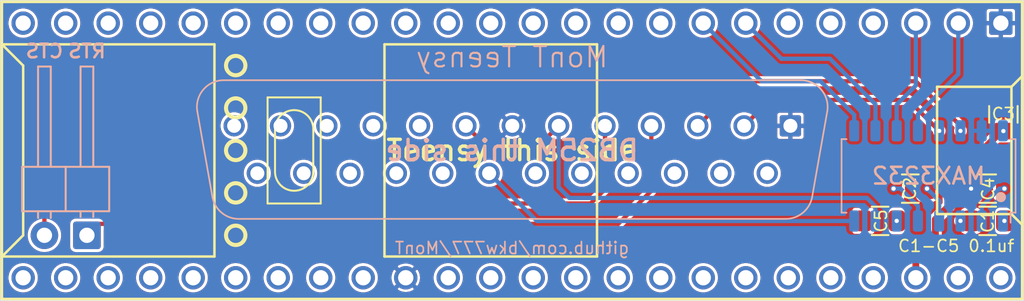
<source format=kicad_pcb>
(kicad_pcb (version 20171130) (host pcbnew 5.1.6-c6e7f7d~87~ubuntu20.04.1)
  (layers (0 F.Cu signal) (31 B.Cu signal) (34 B.Paste user hide) (35 F.Paste user hide) (36 B.SilkS user) (37 F.SilkS user) (38 B.Mask user) (39 F.Mask user hide) (44 Edge.Cuts user))
  (net 0 "")
  (net 1 /DTR)
  (net 2 /DCD)
  (net 3 /DSR)
  (net 4 /RXD)
  (net 5 /TXD)
  (net 6 GND)
  (net 7 "Net-(C1-Pad1)")
  (net 8 "Net-(C1-Pad2)")
  (net 9 "Net-(C2-Pad1)")
  (net 10 "Net-(C2-Pad2)")
  (net 11 "Net-(C4-Pad1)")
  (net 12 "Net-(C5-Pad1)")
  (net 13 /TXD_TTL)
  (net 14 /RXD_TTL)
  (net 15 +3V3)
  (net 16 /DTR_TTL)
  (net 17 /DSR_TTL)
  (net 18 /CTS)
  (net 19 /RTS)
  (module 0_LOCAL:Teensy35_36_MonT (layer F.Cu) (at 147.32 96.52 180)
    (fp_text reference J1 hide)
    (fp_text value Teensy hide)
    (fp_arc (start 13.0175 1.27) (end 11.8745 1.27) (angle -180) (layer F.SilkS) (width 0.12))
    (fp_arc (start 13.0175 -1.27) (end 14.1605 -1.27) (angle -180) (layer F.SilkS) (width 0.12))
    (fp_circle (center 16.51 5.08) (end 17.08912 5.08) (layer F.SilkS) (width 0.2413))
    (fp_circle (center 16.51 2.54) (end 17.08912 2.54) (layer F.SilkS) (width 0.2413))
    (fp_circle (center 16.51 0) (end 17.08912 0) (layer F.SilkS) (width 0.2413))
    (fp_circle (center 16.51 -2.54) (end 17.08912 -2.54) (layer F.SilkS) (width 0.2413))
    (fp_circle (center 16.51 -5.08) (end 17.08912 -5.08) (layer F.SilkS) (width 0.2413))
    (fp_line (start 14.1605 -1.27) (end 14.1605 1.27) (layer F.SilkS) (width 0.12))
    (fp_line (start 11.8745 -1.27) (end 11.8745 1.27) (layer F.SilkS) (width 0.12))
    (fp_line (start 14.605 -3.175) (end 11.43 -3.175) (layer F.SilkS) (width 0.12))
    (fp_line (start 14.605 3.175) (end 14.605 -3.175) (layer F.SilkS) (width 0.12))
    (fp_line (start 11.43 3.175) (end 14.605 3.175) (layer F.SilkS) (width 0.12))
    (fp_line (start 11.43 -3.175) (end 11.43 3.175) (layer F.SilkS) (width 0.12))
    (fp_line (start -29.845 -3.81) (end -30.48 -4.445) (layer F.SilkS) (width 0.14986))
    (fp_line (start -29.845 3.81) (end -30.48 4.445) (layer F.SilkS) (width 0.14986))
    (fp_line (start -30.48 8.89) (end -30.48 -8.89) (layer F.SilkS) (width 0.15))
    (fp_line (start 30.48 -8.89) (end 30.48 8.89) (layer F.SilkS) (width 0.15))
    (fp_line (start -25.4 3.81) (end -29.845 3.81) (layer F.SilkS) (width 0.15))
    (fp_line (start -25.4 -3.81) (end -29.845 -3.81) (layer F.SilkS) (width 0.15))
    (fp_line (start -25.4 3.81) (end -25.4 -3.81) (layer F.SilkS) (width 0.15))
    (fp_line (start -30.48 -3.81) (end -30.48 -3.81) (layer F.SilkS) (width 0.15))
    (fp_line (start -29.845 3.81) (end -29.845 -3.81) (layer F.SilkS) (width 0.15))
    (fp_line (start -30.48 3.81) (end -30.48 3.81) (layer F.SilkS) (width 0.15))
    (fp_line (start -30.48 8.89) (end 30.48 8.89) (layer F.SilkS) (width 0.15))
    (fp_line (start 30.48 -8.89) (end -30.48 -8.89) (layer F.SilkS) (width 0.15))
    (fp_line (start 17.78 6.35) (end 30.48 6.35) (layer F.SilkS) (width 0.15))
    (fp_line (start 17.78 -6.35) (end 17.78 6.35) (layer F.SilkS) (width 0.15))
    (fp_line (start 30.48 -6.35) (end 17.78 -6.35) (layer F.SilkS) (width 0.15))
    (fp_line (start 29.21 -5.08) (end 30.48 -6.35) (layer F.SilkS) (width 0.15))
    (fp_line (start 29.21 5.08) (end 29.21 -5.08) (layer F.SilkS) (width 0.15))
    (fp_line (start 30.48 6.35) (end 29.21 5.08) (layer F.SilkS) (width 0.15))
    (fp_line (start -5.08 -6.35) (end 7.62 -6.35) (layer F.SilkS) (width 0.15))
    (fp_line (start -5.08 6.35) (end 7.62 6.35) (layer F.SilkS) (width 0.15))
    (fp_line (start -5.08 -6.35) (end -5.08 6.35) (layer F.SilkS) (width 0.15))
    (fp_line (start 7.62 6.35) (end 7.62 -6.35) (layer F.SilkS) (width 0.15))
    (pad 17 thru_hole circle (at 11.43 7.62 180) (size 1.397 1.397) (drill 0.9144) (layers *.Cu *.Mask))
    (pad 18 thru_hole circle (at 13.97 7.62 180) (size 1.397 1.397) (drill 0.9144) (layers *.Cu *.Mask))
    (pad 19 thru_hole circle (at 16.51 7.62 180) (size 1.397 1.397) (drill 0.9144) (layers *.Cu *.Mask))
    (pad 20 thru_hole circle (at 19.05 7.62 180) (size 1.397 1.397) (drill 0.9144) (layers *.Cu *.Mask))
    (pad 16 thru_hole circle (at 8.89 7.62 180) (size 1.397 1.397) (drill 0.9144) (layers *.Cu *.Mask))
    (pad 15 thru_hole circle (at 6.35 7.62 180) (size 1.397 1.397) (drill 0.9144) (layers *.Cu *.Mask))
    (pad 14 thru_hole circle (at 3.81 7.62 180) (size 1.397 1.397) (drill 0.9144) (layers *.Cu *.Mask))
    (pad 21 thru_hole circle (at 21.59 7.62 180) (size 1.397 1.397) (drill 0.9144) (layers *.Cu *.Mask))
    (pad 22 thru_hole circle (at 24.13 7.62 180) (size 1.397 1.397) (drill 0.9144) (layers *.Cu *.Mask))
    (pad 23 thru_hole circle (at 26.67 7.62 180) (size 1.397 1.397) (drill 0.9144) (layers *.Cu *.Mask))
    (pad 24 thru_hole circle (at 29.21 7.62 180) (size 1.397 1.397) (drill 0.9144) (layers *.Cu *.Mask))
    (pad 30 thru_hole circle (at 29.21 -7.62 180) (size 1.397 1.397) (drill 0.9144) (layers *.Cu *.Mask))
    (pad 31 thru_hole circle (at 26.67 -7.62 180) (size 1.397 1.397) (drill 0.9144) (layers *.Cu *.Mask))
    (pad 32 thru_hole circle (at 24.13 -7.62 180) (size 1.397 1.397) (drill 0.9144) (layers *.Cu *.Mask))
    (pad 33 thru_hole circle (at 21.59 -7.62 180) (size 1.397 1.397) (drill 0.9144) (layers *.Cu *.Mask))
    (pad 34 thru_hole circle (at 19.05 -7.62 180) (size 1.397 1.397) (drill 0.9144) (layers *.Cu *.Mask))
    (pad 35 thru_hole circle (at 16.51 -7.62 180) (size 1.397 1.397) (drill 0.9144) (layers *.Cu *.Mask))
    (pad 36 thru_hole circle (at 13.97 -7.62 180) (size 1.397 1.397) (drill 0.9144) (layers *.Cu *.Mask))
    (pad 37 thru_hole circle (at 11.43 -7.62 180) (size 1.397 1.397) (drill 0.9144) (layers *.Cu *.Mask))
    (pad 13 thru_hole circle (at 1.27 7.62 180) (size 1.397 1.397) (drill 0.9144) (layers *.Cu *.Mask))
    (pad 12 thru_hole circle (at -1.27 7.62 180) (size 1.397 1.397) (drill 0.9144) (layers *.Cu *.Mask))
    (pad 11 thru_hole circle (at -3.81 7.62 180) (size 1.397 1.397) (drill 0.9144) (layers *.Cu *.Mask))
    (pad 10 thru_hole circle (at -6.35 7.62 180) (size 1.397 1.397) (drill 0.9144) (layers *.Cu *.Mask))
    (pad 9 thru_hole circle (at -8.89 7.62 180) (size 1.397 1.397) (drill 0.9144) (layers *.Cu *.Mask))
    (pad 8 thru_hole circle (at -11.43 7.62 180) (size 1.397 1.397) (drill 0.9144) (layers *.Cu *.Mask) (net 17 /DSR_TTL))
    (pad 7 thru_hole circle (at -13.97 7.62 180) (size 1.397 1.397) (drill 0.9144) (layers *.Cu *.Mask) (net 16 /DTR_TTL))
    (pad 6 thru_hole circle (at -16.51 7.62 180) (size 1.397 1.397) (drill 0.9144) (layers *.Cu *.Mask))
    (pad 5 thru_hole circle (at -19.05 7.62 180) (size 1.397 1.397) (drill 0.9144) (layers *.Cu *.Mask))
    (pad 4 thru_hole circle (at -21.59 7.62 180) (size 1.397 1.397) (drill 0.9144) (layers *.Cu *.Mask))
    (pad 3 thru_hole circle (at -24.13 7.62 180) (size 1.397 1.397) (drill 0.9144) (layers *.Cu *.Mask) (net 13 /TXD_TTL))
    (pad 2 thru_hole circle (at -26.67 7.62 180) (size 1.397 1.397) (drill 0.9144) (layers *.Cu *.Mask) (net 14 /RXD_TTL))
    (pad 1 thru_hole roundrect (at -29.21 7.62 180) (size 1.397 1.397) (drill 0.9144) (layers *.Cu *.Mask) (roundrect_rratio 0.1) (net 6 GND))
    (pad 38 thru_hole circle (at 8.89 -7.62 180) (size 1.397 1.397) (drill 0.9144) (layers *.Cu *.Mask))
    (pad 39 thru_hole circle (at 6.35 -7.62 180) (size 1.397 1.397) (drill 0.9144) (layers *.Cu *.Mask) (net 6 GND))
    (pad 40 thru_hole circle (at 3.81 -7.62 180) (size 1.397 1.397) (drill 0.9144) (layers *.Cu *.Mask))
    (pad 41 thru_hole circle (at 1.27 -7.62 180) (size 1.397 1.397) (drill 0.9144) (layers *.Cu *.Mask))
    (pad 42 thru_hole circle (at -1.27 -7.62 180) (size 1.397 1.397) (drill 0.9144) (layers *.Cu *.Mask))
    (pad 43 thru_hole circle (at -3.81 -7.62 180) (size 1.397 1.397) (drill 0.9144) (layers *.Cu *.Mask))
    (pad 44 thru_hole circle (at -6.35 -7.62 180) (size 1.397 1.397) (drill 0.9144) (layers *.Cu *.Mask))
    (pad 45 thru_hole circle (at -8.89 -7.62 180) (size 1.397 1.397) (drill 0.9144) (layers *.Cu *.Mask))
    (pad 46 thru_hole circle (at -11.43 -7.62 180) (size 1.397 1.397) (drill 0.9144) (layers *.Cu *.Mask))
    (pad 47 thru_hole circle (at -13.97 -7.62 180) (size 1.397 1.397) (drill 0.9144) (layers *.Cu *.Mask))
    (pad 48 thru_hole circle (at -16.51 -7.62 180) (size 1.397 1.397) (drill 0.9144) (layers *.Cu *.Mask))
    (pad 49 thru_hole circle (at -19.05 -7.62 180) (size 1.397 1.397) (drill 0.9144) (layers *.Cu *.Mask))
    (pad 50 thru_hole circle (at -21.59 -7.62 180) (size 1.397 1.397) (drill 0.9144) (layers *.Cu *.Mask))
    (pad 51 thru_hole circle (at -24.13 -7.62 180) (size 1.397 1.397) (drill 0.9144) (layers *.Cu *.Mask) (net 15 +3V3))
    (pad 52 thru_hole circle (at -26.67 -7.62 180) (size 1.397 1.397) (drill 0.9144) (layers *.Cu *.Mask))
    (pad 53 thru_hole circle (at -29.21 -7.62 180) (size 1.397 1.397) (drill 0.9144) (layers *.Cu *.Mask))
  )
  (module 0_LOCAL:DSUB-25_Male_Vertical_P2.77x2.84mm (layer B.Cu) (at 163.957 95.0468 180)
    (fp_text reference J2 hide)
    (fp_text value DB25_Male)
    (fp_line (start -2.198887 0.852163) (end -1.299619 -4.247837) (layer B.SilkS) (width 0.1))
    (fp_line (start 35.438887 0.852163) (end 34.539619 -4.247837) (layer B.SilkS) (width 0.1))
    (fp_line (start 0.276073 -5.57) (end 32.963927 -5.57) (layer B.SilkS) (width 0.1))
    (fp_line (start -0.623194 2.73) (end 33.863194 2.73) (layer B.SilkS) (width 0.1))
    (fp_arc (start 32.963927 -3.97) (end 32.963927 -5.57) (angle 80) (layer B.SilkS) (width 0.1))
    (fp_arc (start 0.276073 -3.97) (end 0.276073 -5.57) (angle -80) (layer B.SilkS) (width 0.1))
    (fp_arc (start 33.863194 1.13) (end 33.863194 2.73) (angle -100) (layer B.SilkS) (width 0.1))
    (fp_arc (start -0.623194 1.13) (end -0.623194 2.73) (angle 100) (layer B.SilkS) (width 0.1))
    (pad 25 thru_hole circle (at 31.855 -2.84 180) (size 1.27 1.27) (drill 0.8382) (layers *.Cu *.Mask))
    (pad 24 thru_hole circle (at 29.085 -2.84 180) (size 1.27 1.27) (drill 0.8382) (layers *.Cu *.Mask))
    (pad 23 thru_hole circle (at 26.315 -2.84 180) (size 1.27 1.27) (drill 0.8382) (layers *.Cu *.Mask))
    (pad 22 thru_hole circle (at 23.545 -2.84 180) (size 1.27 1.27) (drill 0.8382) (layers *.Cu *.Mask))
    (pad 21 thru_hole circle (at 20.775 -2.84 180) (size 1.27 1.27) (drill 0.8382) (layers *.Cu *.Mask))
    (pad 20 thru_hole circle (at 18.005 -2.84 180) (size 1.27 1.27) (drill 0.8382) (layers *.Cu *.Mask) (net 1 /DTR))
    (pad 19 thru_hole circle (at 15.235 -2.84 180) (size 1.27 1.27) (drill 0.8382) (layers *.Cu *.Mask))
    (pad 18 thru_hole circle (at 12.465 -2.84 180) (size 1.27 1.27) (drill 0.8382) (layers *.Cu *.Mask))
    (pad 17 thru_hole circle (at 9.695 -2.84 180) (size 1.27 1.27) (drill 0.8382) (layers *.Cu *.Mask))
    (pad 16 thru_hole circle (at 6.925 -2.84 180) (size 1.27 1.27) (drill 0.8382) (layers *.Cu *.Mask))
    (pad 15 thru_hole circle (at 4.155 -2.84 180) (size 1.27 1.27) (drill 0.8382) (layers *.Cu *.Mask))
    (pad 14 thru_hole circle (at 1.385 -2.84 180) (size 1.27 1.27) (drill 0.8382) (layers *.Cu *.Mask))
    (pad 13 thru_hole circle (at 33.24 0 180) (size 1.27 1.27) (drill 0.8382) (layers *.Cu *.Mask))
    (pad 12 thru_hole circle (at 30.47 0 180) (size 1.27 1.27) (drill 0.8382) (layers *.Cu *.Mask))
    (pad 11 thru_hole circle (at 27.7 0 180) (size 1.27 1.27) (drill 0.8382) (layers *.Cu *.Mask))
    (pad 10 thru_hole circle (at 24.93 0 180) (size 1.27 1.27) (drill 0.8382) (layers *.Cu *.Mask))
    (pad 9 thru_hole circle (at 22.16 0 180) (size 1.27 1.27) (drill 0.8382) (layers *.Cu *.Mask))
    (pad 8 thru_hole circle (at 19.39 0 180) (size 1.27 1.27) (drill 0.8382) (layers *.Cu *.Mask) (net 2 /DCD))
    (pad 7 thru_hole circle (at 16.62 0 180) (size 1.27 1.27) (drill 0.8382) (layers *.Cu *.Mask) (net 6 GND))
    (pad 6 thru_hole circle (at 13.85 0 180) (size 1.27 1.27) (drill 0.8382) (layers *.Cu *.Mask) (net 3 /DSR))
    (pad 5 thru_hole circle (at 11.08 0 180) (size 1.27 1.27) (drill 0.8382) (layers *.Cu *.Mask) (net 18 /CTS))
    (pad 4 thru_hole circle (at 8.31 0 180) (size 1.27 1.27) (drill 0.8382) (layers *.Cu *.Mask) (net 19 /RTS))
    (pad 3 thru_hole circle (at 5.54 0 180) (size 1.27 1.27) (drill 0.8382) (layers *.Cu *.Mask) (net 4 /RXD))
    (pad 2 thru_hole circle (at 2.77 0 180) (size 1.27 1.27) (drill 0.8382) (layers *.Cu *.Mask) (net 5 /TXD))
    (pad 1 thru_hole roundrect (at 0 0 180) (size 1.27 1.27) (drill 0.8382) (layers *.Cu *.Mask) (roundrect_rratio 0.1) (net 6 GND))
  )
  (module 0_LOCAL:PinHeader_1x02_P2.54mm_Horizontal (layer B.Cu) (at 121.92 101.6 90)
    (fp_text reference JP1 hide)
    (fp_text value Jumper_2_Bridged)
    (fp_line (start 1.042929 -2.92) (end 1.44 -2.92) (layer B.SilkS) (width 0.12))
    (fp_line (start 1.042929 -2.16) (end 1.44 -2.16) (layer B.SilkS) (width 0.12))
    (fp_line (start 10.1 -2.92) (end 4.1 -2.92) (layer B.SilkS) (width 0.12))
    (fp_line (start 10.1 -2.16) (end 10.1 -2.92) (layer B.SilkS) (width 0.12))
    (fp_line (start 4.1 -2.16) (end 10.1 -2.16) (layer B.SilkS) (width 0.12))
    (fp_line (start 1.44 -1.27) (end 4.1 -1.27) (layer B.SilkS) (width 0.12))
    (fp_line (start 1.11 -0.38) (end 1.44 -0.38) (layer B.SilkS) (width 0.12))
    (fp_line (start 1.11 0.38) (end 1.44 0.38) (layer B.SilkS) (width 0.12))
    (fp_line (start 10.1 -0.38) (end 4.1 -0.38) (layer B.SilkS) (width 0.12))
    (fp_line (start 10.1 0.38) (end 10.1 -0.38) (layer B.SilkS) (width 0.12))
    (fp_line (start 4.1 0.38) (end 10.1 0.38) (layer B.SilkS) (width 0.12))
    (fp_line (start 4.1 1.33) (end 1.44 1.33) (layer B.SilkS) (width 0.12))
    (fp_line (start 4.1 -3.87) (end 4.1 1.33) (layer B.SilkS) (width 0.12))
    (fp_line (start 1.44 -3.87) (end 4.1 -3.87) (layer B.SilkS) (width 0.12))
    (fp_line (start 1.44 1.33) (end 1.44 -3.87) (layer B.SilkS) (width 0.12))
    (pad 2 thru_hole custom (at 0 -2.54 90) (size 1.651 1.651) (drill 0.9144) (layers *.Cu *.Mask) (net 18 /CTS) (options (clearance outline) (anchor circle)) (primitives))
    (pad 1 thru_hole roundrect (at 0 0 90) (size 1.651 1.651) (drill 0.9144) (layers *.Cu *.Mask) (roundrect_rratio 0.1) (net 19 /RTS))
  )
  (module 0_LOCAL:NetTie-2_SMD_10 (layer F.Cu) (at 147.32 96.4692 180)
    (fp_text reference NT1 hide)
    (fp_text value Net-Tie_2)
    (fp_poly (pts (xy -0.254 -0.127) (xy 0.254 -0.127) (xy 0.254 0.127) (xy -0.254 0.127)) (layer F.Cu) (width 0))
    (pad 2 smd circle (at 0.254 0 180) (size 0.254 0.254) (layers F.Cu) (net 2 /DCD))
    (pad 1 smd circle (at -0.254 0 180) (size 0.254 0.254) (layers F.Cu) (net 3 /DSR))
  )
  (module 0_LOCAL:SOIC-16_W3.90mm (layer B.Cu) (at 172.212 98.044 180)
    (fp_text reference U1 hide)
    (fp_text value MAX3232 (at 0 0) (layer B.SilkS) (effects (justify mirror)))
    (fp_line (start -4.9 2.2) (end -5.2 2.2) (layer B.SilkS) (width 0.1))
    (fp_line (start -4.9 -2.2) (end -4.9 -2.8) (layer B.SilkS) (width 0.1))
    (fp_line (start -5.2 -2.2) (end -4.9 -2.2) (layer B.SilkS) (width 0.1))
    (fp_line (start -5.2 2.2) (end -5.2 -2.2) (layer B.SilkS) (width 0.1))
    (fp_line (start 5.2 -2.2) (end 5.2 2.2) (layer B.SilkS) (width 0.1))
    (fp_line (start 4.9 -2.2) (end 5.2 -2.2) (layer B.SilkS) (width 0.1))
    (fp_line (start 5.2 2.2) (end 4.9 2.2) (layer B.SilkS) (width 0.1))
    (fp_circle (center -4.318 -1.27) (end -4.1656 -1.27) (layer B.SilkS) (width 0.3048))
    (pad 16 smd roundrect (at -4.445 2.7 180) (size 0.6 1.27) (layers B.Cu B.Paste B.Mask) (net 15 +3V3))
    (pad 15 smd roundrect (at -3.175 2.7 180) (size 0.6 1.27) (layers B.Cu B.Paste B.Mask) (net 6 GND))
    (pad 14 smd roundrect (at -1.905 2.7 180) (size 0.6 1.27) (layers B.Cu B.Paste B.Mask) (net 4 /RXD))
    (pad 13 smd roundrect (at -0.635 2.7 180) (size 0.6 1.27) (layers B.Cu B.Paste B.Mask) (net 5 /TXD))
    (pad 12 smd roundrect (at 0.635 2.7 180) (size 0.6 1.27) (layers B.Cu B.Paste B.Mask) (net 14 /RXD_TTL))
    (pad 11 smd roundrect (at 1.905 2.7 180) (size 0.6 1.27) (layers B.Cu B.Paste B.Mask) (net 13 /TXD_TTL))
    (pad 10 smd roundrect (at 3.175 2.7 180) (size 0.6 1.27) (layers B.Cu B.Paste B.Mask) (net 16 /DTR_TTL))
    (pad 9 smd roundrect (at 4.445 2.7 180) (size 0.6 1.27) (layers B.Cu B.Paste B.Mask) (net 17 /DSR_TTL))
    (pad 8 smd roundrect (at 4.445 -2.7 180) (size 0.6 1.27) (layers B.Cu B.Paste B.Mask) (net 1 /DTR))
    (pad 7 smd roundrect (at 3.175 -2.7 180) (size 0.6 1.27) (layers B.Cu B.Paste B.Mask) (net 3 /DSR))
    (pad 6 smd roundrect (at 1.905 -2.7 180) (size 0.6 1.27) (layers B.Cu B.Paste B.Mask) (net 12 "Net-(C5-Pad1)"))
    (pad 5 smd roundrect (at 0.635 -2.7 180) (size 0.6 1.27) (layers B.Cu B.Paste B.Mask) (net 10 "Net-(C2-Pad2)"))
    (pad 4 smd roundrect (at -0.635 -2.7 180) (size 0.6 1.27) (layers B.Cu B.Paste B.Mask) (net 9 "Net-(C2-Pad1)"))
    (pad 3 smd roundrect (at -1.905 -2.7 180) (size 0.6 1.27) (layers B.Cu B.Paste B.Mask) (net 8 "Net-(C1-Pad2)"))
    (pad 2 smd roundrect (at -3.175 -2.7 180) (size 0.6 1.27) (layers B.Cu B.Paste B.Mask) (net 11 "Net-(C4-Pad1)"))
    (pad 1 smd roundrect (at -4.445 -2.7 180) (size 0.6 1.27) (layers B.Cu B.Paste B.Mask) (net 7 "Net-(C1-Pad1)"))
  )
  (module 0_LOCAL:C_0805 (layer F.Cu) (at 171.1198 98.806 180)
    (fp_text reference C2 (at 0.0254 0 90) (layer F.SilkS) (effects (font (size 0.7112 0.7112) (thickness 0.1016))))
    (fp_text value 0.1uf)
    (fp_line (start 0.5 -0.85) (end -0.5 -0.85) (layer F.SilkS) (width 0.12))
    (fp_line (start -0.5 0.85) (end 0.5 0.85) (layer F.SilkS) (width 0.12))
    (pad 1 smd roundrect (at -1 0 180) (size 1 1.25) (layers F.Cu F.Paste F.Mask) (net 9 "Net-(C2-Pad1)"))
    (pad 2 smd roundrect (at 1 0 180) (size 1 1.25) (layers F.Cu F.Paste F.Mask) (net 10 "Net-(C2-Pad2)"))
  )
  (module 0_LOCAL:C_0805 (layer F.Cu) (at 175.7426 100.7364 180)
    (fp_text reference C1 (at 0 -0.0254 90) (layer F.SilkS) (effects (font (size 0.7112 0.7112) (thickness 0.1016))))
    (fp_text value 0.1uf)
    (fp_line (start 0.5 -0.85) (end -0.5 -0.85) (layer F.SilkS) (width 0.12))
    (fp_line (start -0.5 0.85) (end 0.5 0.85) (layer F.SilkS) (width 0.12))
    (pad 1 smd roundrect (at -1 0 180) (size 1 1.25) (layers F.Cu F.Paste F.Mask) (net 7 "Net-(C1-Pad1)"))
    (pad 2 smd roundrect (at 1 0 180) (size 1 1.25) (layers F.Cu F.Paste F.Mask) (net 8 "Net-(C1-Pad2)"))
  )
  (module 0_LOCAL:C_0805 (layer F.Cu) (at 175.7426 98.806 180)
    (fp_text reference C4 (at -0.0254 -0.0254 90) (layer F.SilkS) (effects (font (size 0.7112 0.7112) (thickness 0.1016))))
    (fp_text value 0.1uf)
    (fp_line (start 0.5 -0.85) (end -0.5 -0.85) (layer F.SilkS) (width 0.12))
    (fp_line (start -0.5 0.85) (end 0.5 0.85) (layer F.SilkS) (width 0.12))
    (pad 1 smd roundrect (at -1 0 180) (size 1 1.25) (layers F.Cu F.Paste F.Mask) (net 11 "Net-(C4-Pad1)"))
    (pad 2 smd roundrect (at 1 0 180) (size 1 1.25) (layers F.Cu F.Paste F.Mask) (net 6 GND))
  )
  (module 0_LOCAL:C_0805 (layer F.Cu) (at 169.3164 100.7364 180)
    (fp_text reference C5 (at -0.0508 0 90) (layer F.SilkS) (effects (font (size 0.7112 0.7112) (thickness 0.1016))))
    (fp_text value 0.1uf)
    (fp_line (start 0.5 -0.85) (end -0.5 -0.85) (layer F.SilkS) (width 0.12))
    (fp_line (start -0.5 0.85) (end 0.5 0.85) (layer F.SilkS) (width 0.12))
    (pad 1 smd roundrect (at -1 0 180) (size 1 1.25) (layers F.Cu F.Paste F.Mask) (net 12 "Net-(C5-Pad1)"))
    (pad 2 smd roundrect (at 1 0 180) (size 1 1.25) (layers F.Cu F.Paste F.Mask) (net 6 GND))
  )
  (module 0_LOCAL:C_0805 (layer F.Cu) (at 176.6824 94.361 90)
    (fp_text reference C3 (at 0.0254 0) (layer F.SilkS) (effects (font (size 0.7112 0.7112) (thickness 0.1016))))
    (fp_text value 0.1uf)
    (fp_line (start 0.5 -0.85) (end -0.5 -0.85) (layer F.SilkS) (width 0.12))
    (fp_line (start -0.5 0.85) (end 0.5 0.85) (layer F.SilkS) (width 0.12))
    (pad 1 smd roundrect (at -1 0 90) (size 1 1.25) (layers F.Cu F.Paste F.Mask) (net 15 +3V3))
    (pad 2 smd roundrect (at 1 0 90) (size 1 1.25) (layers F.Cu F.Paste F.Mask) (net 6 GND))
  )
  (gr_line (start 177.9016 105.5116) (end 177.9016 87.5284) (layer Edge.Cuts) (width 0.0254))
  (gr_line (start 116.7384 105.5116) (end 177.9016 105.5116) (layer Edge.Cuts) (width 0.0254))
  (gr_line (start 116.7384 87.5284) (end 116.7384 105.5116) (layer Edge.Cuts) (width 0.0254))
  (gr_line (start 177.9016 87.5284) (end 116.7384 87.5284) (layer Edge.Cuts) (width 0.0254))
  (gr_text CTS (at 119.38 90.5764) (layer B.SilkS) (effects (font (size 0.8128 0.8128) (thickness 0.1524)) (justify mirror)))
  (gr_text RTS (at 121.92 90.5764) (layer B.SilkS) (effects (font (size 0.8128 0.8128) (thickness 0.1524)) (justify mirror)))
  (gr_text "DB25M this side" (at 147.32 96.52) (layer B.SilkS) (effects (font (size 1.2192 1.2192) (thickness 0.2032)) (justify mirror)))
  (gr_text "Teensy this side" (at 147.32 96.52) (layer F.SilkS) (effects (font (size 1.2192 1.2192) (thickness 0.2032))))
  (gr_text "MonT Teensy" (at 147.32 90.932) (layer B.SilkS) (effects (font (size 1.2192 1.2192) (thickness 0.127)) (justify mirror)))
  (gr_text github.com/bkw777/MonT (at 147.32 102.362) (layer B.SilkS) (effects (font (size 0.7112 0.7112) (thickness 0.1016)) (justify mirror)))
  (gr_text "C1-C5 0.1uf" (at 173.863 102.235) (layer F.SilkS) (effects (font (size 0.7112 0.7112) (thickness 0.1016))))
  (segment (start 148.8092 100.744) (end 145.952 97.8868) (width 0.254) (layer B.Cu) (net 1))
  (segment (start 167.767 100.744) (end 148.8092 100.744) (width 0.254) (layer B.Cu) (net 1))
  (segment (start 145.9894 96.4692) (end 144.567 95.0468) (width 0.254) (layer F.Cu) (net 2))
  (segment (start 147.066 96.4692) (end 145.9894 96.4692) (width 0.254) (layer F.Cu) (net 2))
  (segment (start 148.6846 96.4692) (end 150.107 95.0468) (width 0.254) (layer F.Cu) (net 3))
  (segment (start 147.574 96.4692) (end 148.6846 96.4692) (width 0.254) (layer F.Cu) (net 3))
  (segment (start 150.107 98.7228) (end 150.107 95.0468) (width 0.254) (layer B.Cu) (net 3))
  (segment (start 150.749 99.3648) (end 150.107 98.7228) (width 0.254) (layer B.Cu) (net 3))
  (segment (start 168.529 99.3648) (end 150.749 99.3648) (width 0.254) (layer B.Cu) (net 3))
  (segment (start 169.037 99.8728) (end 168.529 99.3648) (width 0.254) (layer B.Cu) (net 3))
  (segment (start 169.037 100.744) (end 169.037 99.8728) (width 0.254) (layer B.Cu) (net 3))
  (via (at 174.117 95.3516) (size 0.4064) (drill 0.254) (layers F.Cu B.Cu) (net 4))
  (segment (start 174.117 95.0468) (end 174.117 95.3516) (width 0.254) (layer F.Cu) (net 4))
  (segment (start 171.45 92.3798) (end 174.117 95.0468) (width 0.254) (layer F.Cu) (net 4))
  (segment (start 161.084 92.3798) (end 171.45 92.3798) (width 0.254) (layer F.Cu) (net 4))
  (segment (start 158.417 95.0468) (end 161.084 92.3798) (width 0.254) (layer F.Cu) (net 4))
  (via (at 172.847 95.3516) (size 0.4064) (drill 0.254) (layers F.Cu B.Cu) (net 5))
  (segment (start 162.7364 93.4974) (end 161.187 95.0468) (width 0.254) (layer F.Cu) (net 5))
  (segment (start 170.9928 93.4974) (end 162.7364 93.4974) (width 0.254) (layer F.Cu) (net 5))
  (segment (start 172.847 95.3516) (end 170.9928 93.4974) (width 0.254) (layer F.Cu) (net 5))
  (via (at 174.752 98.806) (size 0.4064) (drill 0.254) (layers F.Cu B.Cu) (net 6))
  (via (at 176.7426 100.7364) (size 0.4064) (drill 0.254) (layers F.Cu B.Cu) (net 7))
  (segment (start 174.117 100.7364) (end 174.7426 100.7364) (width 0.4064) (layer F.Cu) (net 8))
  (via (at 174.117 100.7364) (size 0.4064) (drill 0.254) (layers F.Cu B.Cu) (net 8))
  (via (at 172.1198 98.806) (size 0.4064) (drill 0.254) (layers F.Cu B.Cu) (net 9))
  (segment (start 172.847 99.5332) (end 172.847 100.744) (width 0.254) (layer B.Cu) (net 9))
  (segment (start 172.1198 98.806) (end 172.847 99.5332) (width 0.254) (layer B.Cu) (net 9))
  (via (at 170.1198 98.806) (size 0.4064) (drill 0.254) (layers F.Cu B.Cu) (net 10))
  (segment (start 171.577 99.8474) (end 171.577 100.744) (width 0.254) (layer B.Cu) (net 10))
  (segment (start 170.5356 98.806) (end 171.577 99.8474) (width 0.254) (layer B.Cu) (net 10))
  (segment (start 170.1198 98.806) (end 170.5356 98.806) (width 0.254) (layer B.Cu) (net 10))
  (via (at 176.7426 98.806) (size 0.4064) (drill 0.254) (layers F.Cu B.Cu) (net 11))
  (segment (start 175.387 99.8728) (end 175.387 100.744) (width 0.254) (layer B.Cu) (net 11))
  (segment (start 176.4538 98.806) (end 175.387 99.8728) (width 0.254) (layer B.Cu) (net 11))
  (segment (start 176.7426 98.806) (end 176.4538 98.806) (width 0.254) (layer B.Cu) (net 11))
  (via (at 170.307 100.7364) (size 0.4064) (drill 0.254) (layers F.Cu B.Cu) (net 12))
  (segment (start 170.307 93.7768) (end 170.307 95.344) (width 0.254) (layer B.Cu) (net 13))
  (segment (start 171.45 92.6338) (end 170.307 93.7768) (width 0.254) (layer B.Cu) (net 13))
  (segment (start 171.45 88.9) (end 171.45 92.6338) (width 0.254) (layer B.Cu) (net 13))
  (segment (start 173.99 91.948) (end 173.99 88.9) (width 0.254) (layer B.Cu) (net 14))
  (segment (start 171.577 94.361) (end 173.99 91.948) (width 0.254) (layer B.Cu) (net 14))
  (segment (start 171.577 95.344) (end 171.577 94.361) (width 0.254) (layer B.Cu) (net 14))
  (segment (start 176.5808 95.3516) (end 176.6664 95.3516) (width 0.4064) (layer F.Cu) (net 15))
  (segment (start 175.006 96.9264) (end 176.5808 95.3516) (width 0.4064) (layer F.Cu) (net 15))
  (segment (start 174.0662 96.9264) (end 175.006 96.9264) (width 0.4064) (layer F.Cu) (net 15))
  (segment (start 173.4312 97.5614) (end 174.0662 96.9264) (width 0.4064) (layer F.Cu) (net 15))
  (segment (start 173.4312 99.8347) (end 173.4312 97.5614) (width 0.4064) (layer F.Cu) (net 15))
  (segment (start 172.6184 101.5492) (end 172.6184 100.6475) (width 0.4064) (layer F.Cu) (net 15))
  (segment (start 172.6184 100.6475) (end 173.4312 99.8347) (width 0.4064) (layer F.Cu) (net 15))
  (segment (start 171.45 102.7176) (end 172.6184 101.5492) (width 0.4064) (layer F.Cu) (net 15))
  (segment (start 171.45 104.14) (end 171.45 102.7176) (width 0.4064) (layer F.Cu) (net 15))
  (via (at 176.6824 95.361) (size 0.4064) (drill 0.254) (layers F.Cu B.Cu) (net 15))
  (segment (start 169.037 93.7514) (end 169.037 95.344) (width 0.254) (layer B.Cu) (net 16))
  (segment (start 163.4236 91.0336) (end 166.3192 91.0336) (width 0.254) (layer B.Cu) (net 16))
  (segment (start 166.3192 91.0336) (end 169.037 93.7514) (width 0.254) (layer B.Cu) (net 16))
  (segment (start 161.29 88.9) (end 163.4236 91.0336) (width 0.254) (layer B.Cu) (net 16))
  (segment (start 167.767 94.3864) (end 167.767 95.344) (width 0.254) (layer B.Cu) (net 17))
  (segment (start 165.7604 92.3798) (end 167.767 94.3864) (width 0.254) (layer B.Cu) (net 17))
  (segment (start 162.2298 92.3798) (end 165.7604 92.3798) (width 0.254) (layer B.Cu) (net 17))
  (segment (start 158.75 88.9) (end 162.2298 92.3798) (width 0.254) (layer B.Cu) (net 17))
  (segment (start 152.019 99.695) (end 120.1674 99.695) (width 0.254) (layer F.Cu) (net 18))
  (segment (start 119.38 100.4824) (end 119.38 101.6) (width 0.254) (layer F.Cu) (net 18))
  (segment (start 152.877 98.837) (end 152.019 99.695) (width 0.254) (layer F.Cu) (net 18))
  (segment (start 120.1674 99.695) (end 119.38 100.4824) (width 0.254) (layer F.Cu) (net 18))
  (segment (start 152.877 95.0468) (end 152.877 98.837) (width 0.254) (layer F.Cu) (net 18))
  (segment (start 122.6058 100.9142) (end 121.92 101.6) (width 0.254) (layer F.Cu) (net 19))
  (segment (start 153.67 100.9142) (end 122.6058 100.9142) (width 0.254) (layer F.Cu) (net 19))
  (segment (start 155.647 98.9372) (end 153.67 100.9142) (width 0.254) (layer F.Cu) (net 19))
  (segment (start 155.647 95.0468) (end 155.647 98.9372) (width 0.254) (layer F.Cu) (net 19))
  (zone (net 6) (net_name GND) (layer F.Cu) (connect_pads (clearance 0.1524)) (min_thickness 0.1524) (fill yes (arc_segments 32) (thermal_gap 0.1524) (thermal_bridge_width 0.254) (smoothing fillet) (radius 0.0762))
    (polygon (pts (xy 177.9016 105.5116) (xy 116.7384 105.5116) (xy 116.7384 87.5284) (xy 177.9016 87.5284)))
  )
  (zone (net 6) (net_name GND) (layer B.Cu) (connect_pads (clearance 0.1524)) (min_thickness 0.1524) (fill yes (arc_segments 32) (thermal_gap 0.1524) (thermal_bridge_width 0.254) (smoothing fillet) (radius 0.0762))
    (polygon (pts (xy 177.9016 105.5116) (xy 116.7384 105.5116) (xy 116.7384 87.5284) (xy 177.9016 87.5284)))
  )
)
</source>
